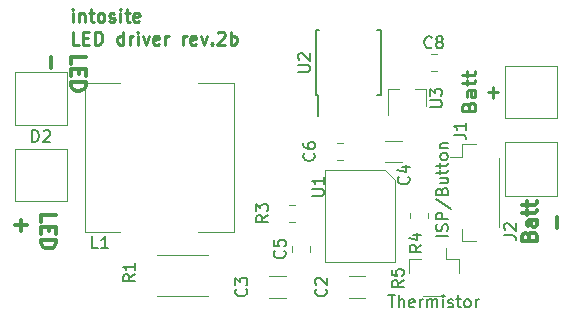
<source format=gbr>
%TF.GenerationSoftware,KiCad,Pcbnew,(5.1.9-0-10_14)*%
%TF.CreationDate,2021-03-17T00:33:25+08:00*%
%TF.ProjectId,xhp70-driver,78687037-302d-4647-9269-7665722e6b69,rev?*%
%TF.SameCoordinates,Original*%
%TF.FileFunction,Legend,Top*%
%TF.FilePolarity,Positive*%
%FSLAX46Y46*%
G04 Gerber Fmt 4.6, Leading zero omitted, Abs format (unit mm)*
G04 Created by KiCad (PCBNEW (5.1.9-0-10_14)) date 2021-03-17 00:33:25*
%MOMM*%
%LPD*%
G01*
G04 APERTURE LIST*
%ADD10C,0.275000*%
%ADD11C,0.312500*%
%ADD12C,0.200000*%
%ADD13C,0.120000*%
%ADD14C,0.150000*%
G04 APERTURE END LIST*
D10*
X117690654Y-52535119D02*
X117690654Y-51801785D01*
X117690654Y-51435119D02*
X117638273Y-51487500D01*
X117690654Y-51539880D01*
X117743035Y-51487500D01*
X117690654Y-51435119D01*
X117690654Y-51539880D01*
X118214464Y-51801785D02*
X118214464Y-52535119D01*
X118214464Y-51906547D02*
X118266845Y-51854166D01*
X118371607Y-51801785D01*
X118528750Y-51801785D01*
X118633511Y-51854166D01*
X118685892Y-51958928D01*
X118685892Y-52535119D01*
X119052559Y-51801785D02*
X119471607Y-51801785D01*
X119209702Y-51435119D02*
X119209702Y-52377976D01*
X119262083Y-52482738D01*
X119366845Y-52535119D01*
X119471607Y-52535119D01*
X119995416Y-52535119D02*
X119890654Y-52482738D01*
X119838273Y-52430357D01*
X119785892Y-52325595D01*
X119785892Y-52011309D01*
X119838273Y-51906547D01*
X119890654Y-51854166D01*
X119995416Y-51801785D01*
X120152559Y-51801785D01*
X120257321Y-51854166D01*
X120309702Y-51906547D01*
X120362083Y-52011309D01*
X120362083Y-52325595D01*
X120309702Y-52430357D01*
X120257321Y-52482738D01*
X120152559Y-52535119D01*
X119995416Y-52535119D01*
X120781130Y-52482738D02*
X120885892Y-52535119D01*
X121095416Y-52535119D01*
X121200178Y-52482738D01*
X121252559Y-52377976D01*
X121252559Y-52325595D01*
X121200178Y-52220833D01*
X121095416Y-52168452D01*
X120938273Y-52168452D01*
X120833511Y-52116071D01*
X120781130Y-52011309D01*
X120781130Y-51958928D01*
X120833511Y-51854166D01*
X120938273Y-51801785D01*
X121095416Y-51801785D01*
X121200178Y-51854166D01*
X121723988Y-52535119D02*
X121723988Y-51801785D01*
X121723988Y-51435119D02*
X121671607Y-51487500D01*
X121723988Y-51539880D01*
X121776369Y-51487500D01*
X121723988Y-51435119D01*
X121723988Y-51539880D01*
X122090654Y-51801785D02*
X122509702Y-51801785D01*
X122247797Y-51435119D02*
X122247797Y-52377976D01*
X122300178Y-52482738D01*
X122404940Y-52535119D01*
X122509702Y-52535119D01*
X123295416Y-52482738D02*
X123190654Y-52535119D01*
X122981130Y-52535119D01*
X122876369Y-52482738D01*
X122823988Y-52377976D01*
X122823988Y-51958928D01*
X122876369Y-51854166D01*
X122981130Y-51801785D01*
X123190654Y-51801785D01*
X123295416Y-51854166D01*
X123347797Y-51958928D01*
X123347797Y-52063690D01*
X122823988Y-52168452D01*
X118214464Y-54460119D02*
X117690654Y-54460119D01*
X117690654Y-53360119D01*
X118581130Y-53883928D02*
X118947797Y-53883928D01*
X119104940Y-54460119D02*
X118581130Y-54460119D01*
X118581130Y-53360119D01*
X119104940Y-53360119D01*
X119576369Y-54460119D02*
X119576369Y-53360119D01*
X119838273Y-53360119D01*
X119995416Y-53412500D01*
X120100178Y-53517261D01*
X120152559Y-53622023D01*
X120204940Y-53831547D01*
X120204940Y-53988690D01*
X120152559Y-54198214D01*
X120100178Y-54302976D01*
X119995416Y-54407738D01*
X119838273Y-54460119D01*
X119576369Y-54460119D01*
X121985892Y-54460119D02*
X121985892Y-53360119D01*
X121985892Y-54407738D02*
X121881130Y-54460119D01*
X121671607Y-54460119D01*
X121566845Y-54407738D01*
X121514464Y-54355357D01*
X121462083Y-54250595D01*
X121462083Y-53936309D01*
X121514464Y-53831547D01*
X121566845Y-53779166D01*
X121671607Y-53726785D01*
X121881130Y-53726785D01*
X121985892Y-53779166D01*
X122509702Y-54460119D02*
X122509702Y-53726785D01*
X122509702Y-53936309D02*
X122562083Y-53831547D01*
X122614464Y-53779166D01*
X122719226Y-53726785D01*
X122823988Y-53726785D01*
X123190654Y-54460119D02*
X123190654Y-53726785D01*
X123190654Y-53360119D02*
X123138273Y-53412500D01*
X123190654Y-53464880D01*
X123243035Y-53412500D01*
X123190654Y-53360119D01*
X123190654Y-53464880D01*
X123609702Y-53726785D02*
X123871607Y-54460119D01*
X124133511Y-53726785D01*
X124971607Y-54407738D02*
X124866845Y-54460119D01*
X124657321Y-54460119D01*
X124552559Y-54407738D01*
X124500178Y-54302976D01*
X124500178Y-53883928D01*
X124552559Y-53779166D01*
X124657321Y-53726785D01*
X124866845Y-53726785D01*
X124971607Y-53779166D01*
X125023988Y-53883928D01*
X125023988Y-53988690D01*
X124500178Y-54093452D01*
X125495416Y-54460119D02*
X125495416Y-53726785D01*
X125495416Y-53936309D02*
X125547797Y-53831547D01*
X125600178Y-53779166D01*
X125704940Y-53726785D01*
X125809702Y-53726785D01*
X127014464Y-54460119D02*
X127014464Y-53726785D01*
X127014464Y-53936309D02*
X127066845Y-53831547D01*
X127119226Y-53779166D01*
X127223988Y-53726785D01*
X127328750Y-53726785D01*
X128114464Y-54407738D02*
X128009702Y-54460119D01*
X127800178Y-54460119D01*
X127695416Y-54407738D01*
X127643035Y-54302976D01*
X127643035Y-53883928D01*
X127695416Y-53779166D01*
X127800178Y-53726785D01*
X128009702Y-53726785D01*
X128114464Y-53779166D01*
X128166845Y-53883928D01*
X128166845Y-53988690D01*
X127643035Y-54093452D01*
X128533511Y-53726785D02*
X128795416Y-54460119D01*
X129057321Y-53726785D01*
X129476369Y-54355357D02*
X129528750Y-54407738D01*
X129476369Y-54460119D01*
X129423988Y-54407738D01*
X129476369Y-54355357D01*
X129476369Y-54460119D01*
X129947797Y-53464880D02*
X130000178Y-53412500D01*
X130104940Y-53360119D01*
X130366845Y-53360119D01*
X130471607Y-53412500D01*
X130523988Y-53464880D01*
X130576369Y-53569642D01*
X130576369Y-53674404D01*
X130523988Y-53831547D01*
X129895416Y-54460119D01*
X130576369Y-54460119D01*
X131047797Y-54460119D02*
X131047797Y-53360119D01*
X131047797Y-53779166D02*
X131152559Y-53726785D01*
X131362083Y-53726785D01*
X131466845Y-53779166D01*
X131519226Y-53831547D01*
X131571607Y-53936309D01*
X131571607Y-54250595D01*
X131519226Y-54355357D01*
X131466845Y-54407738D01*
X131362083Y-54460119D01*
X131152559Y-54460119D01*
X131047797Y-54407738D01*
X151208928Y-59690476D02*
X151261309Y-59511904D01*
X151313690Y-59452380D01*
X151418452Y-59392857D01*
X151575595Y-59392857D01*
X151680357Y-59452380D01*
X151732738Y-59511904D01*
X151785119Y-59630952D01*
X151785119Y-60107142D01*
X150685119Y-60107142D01*
X150685119Y-59690476D01*
X150737500Y-59571428D01*
X150789880Y-59511904D01*
X150894642Y-59452380D01*
X150999404Y-59452380D01*
X151104166Y-59511904D01*
X151156547Y-59571428D01*
X151208928Y-59690476D01*
X151208928Y-60107142D01*
X151785119Y-58321428D02*
X151208928Y-58321428D01*
X151104166Y-58380952D01*
X151051785Y-58500000D01*
X151051785Y-58738095D01*
X151104166Y-58857142D01*
X151732738Y-58321428D02*
X151785119Y-58440476D01*
X151785119Y-58738095D01*
X151732738Y-58857142D01*
X151627976Y-58916666D01*
X151523214Y-58916666D01*
X151418452Y-58857142D01*
X151366071Y-58738095D01*
X151366071Y-58440476D01*
X151313690Y-58321428D01*
X151051785Y-57904761D02*
X151051785Y-57428571D01*
X150685119Y-57726190D02*
X151627976Y-57726190D01*
X151732738Y-57666666D01*
X151785119Y-57547619D01*
X151785119Y-57428571D01*
X151051785Y-57190476D02*
X151051785Y-56714285D01*
X150685119Y-57011904D02*
X151627976Y-57011904D01*
X151732738Y-56952380D01*
X151785119Y-56833333D01*
X151785119Y-56714285D01*
X153291071Y-58976190D02*
X153291071Y-58023809D01*
X153710119Y-58500000D02*
X152872023Y-58500000D01*
D11*
X156316964Y-70690476D02*
X156376488Y-70511904D01*
X156436011Y-70452380D01*
X156555059Y-70392857D01*
X156733630Y-70392857D01*
X156852678Y-70452380D01*
X156912202Y-70511904D01*
X156971726Y-70630952D01*
X156971726Y-71107142D01*
X155721726Y-71107142D01*
X155721726Y-70690476D01*
X155781250Y-70571428D01*
X155840773Y-70511904D01*
X155959821Y-70452380D01*
X156078869Y-70452380D01*
X156197916Y-70511904D01*
X156257440Y-70571428D01*
X156316964Y-70690476D01*
X156316964Y-71107142D01*
X156971726Y-69321428D02*
X156316964Y-69321428D01*
X156197916Y-69380952D01*
X156138392Y-69500000D01*
X156138392Y-69738095D01*
X156197916Y-69857142D01*
X156912202Y-69321428D02*
X156971726Y-69440476D01*
X156971726Y-69738095D01*
X156912202Y-69857142D01*
X156793154Y-69916666D01*
X156674107Y-69916666D01*
X156555059Y-69857142D01*
X156495535Y-69738095D01*
X156495535Y-69440476D01*
X156436011Y-69321428D01*
X156138392Y-68904761D02*
X156138392Y-68428571D01*
X155721726Y-68726190D02*
X156793154Y-68726190D01*
X156912202Y-68666666D01*
X156971726Y-68547619D01*
X156971726Y-68428571D01*
X156138392Y-68190476D02*
X156138392Y-67714285D01*
X155721726Y-68011904D02*
X156793154Y-68011904D01*
X156912202Y-67952380D01*
X156971726Y-67833333D01*
X156971726Y-67714285D01*
X158683035Y-69976190D02*
X158683035Y-69023809D01*
D12*
X149452380Y-70678571D02*
X148452380Y-70678571D01*
X149404761Y-70250000D02*
X149452380Y-70107142D01*
X149452380Y-69869047D01*
X149404761Y-69773809D01*
X149357142Y-69726190D01*
X149261904Y-69678571D01*
X149166666Y-69678571D01*
X149071428Y-69726190D01*
X149023809Y-69773809D01*
X148976190Y-69869047D01*
X148928571Y-70059523D01*
X148880952Y-70154761D01*
X148833333Y-70202380D01*
X148738095Y-70250000D01*
X148642857Y-70250000D01*
X148547619Y-70202380D01*
X148500000Y-70154761D01*
X148452380Y-70059523D01*
X148452380Y-69821428D01*
X148500000Y-69678571D01*
X149452380Y-69250000D02*
X148452380Y-69250000D01*
X148452380Y-68869047D01*
X148500000Y-68773809D01*
X148547619Y-68726190D01*
X148642857Y-68678571D01*
X148785714Y-68678571D01*
X148880952Y-68726190D01*
X148928571Y-68773809D01*
X148976190Y-68869047D01*
X148976190Y-69250000D01*
X148404761Y-67535714D02*
X149690476Y-68392857D01*
X148928571Y-66869047D02*
X148976190Y-66726190D01*
X149023809Y-66678571D01*
X149119047Y-66630952D01*
X149261904Y-66630952D01*
X149357142Y-66678571D01*
X149404761Y-66726190D01*
X149452380Y-66821428D01*
X149452380Y-67202380D01*
X148452380Y-67202380D01*
X148452380Y-66869047D01*
X148500000Y-66773809D01*
X148547619Y-66726190D01*
X148642857Y-66678571D01*
X148738095Y-66678571D01*
X148833333Y-66726190D01*
X148880952Y-66773809D01*
X148928571Y-66869047D01*
X148928571Y-67202380D01*
X148785714Y-65773809D02*
X149452380Y-65773809D01*
X148785714Y-66202380D02*
X149309523Y-66202380D01*
X149404761Y-66154761D01*
X149452380Y-66059523D01*
X149452380Y-65916666D01*
X149404761Y-65821428D01*
X149357142Y-65773809D01*
X148785714Y-65440476D02*
X148785714Y-65059523D01*
X148452380Y-65297619D02*
X149309523Y-65297619D01*
X149404761Y-65250000D01*
X149452380Y-65154761D01*
X149452380Y-65059523D01*
X148785714Y-64869047D02*
X148785714Y-64488095D01*
X148452380Y-64726190D02*
X149309523Y-64726190D01*
X149404761Y-64678571D01*
X149452380Y-64583333D01*
X149452380Y-64488095D01*
X149452380Y-64011904D02*
X149404761Y-64107142D01*
X149357142Y-64154761D01*
X149261904Y-64202380D01*
X148976190Y-64202380D01*
X148880952Y-64154761D01*
X148833333Y-64107142D01*
X148785714Y-64011904D01*
X148785714Y-63869047D01*
X148833333Y-63773809D01*
X148880952Y-63726190D01*
X148976190Y-63678571D01*
X149261904Y-63678571D01*
X149357142Y-63726190D01*
X149404761Y-63773809D01*
X149452380Y-63869047D01*
X149452380Y-64011904D01*
X148785714Y-63250000D02*
X149452380Y-63250000D01*
X148880952Y-63250000D02*
X148833333Y-63202380D01*
X148785714Y-63107142D01*
X148785714Y-62964285D01*
X148833333Y-62869047D01*
X148928571Y-62821428D01*
X149452380Y-62821428D01*
X144416666Y-75702380D02*
X144988095Y-75702380D01*
X144702380Y-76702380D02*
X144702380Y-75702380D01*
X145321428Y-76702380D02*
X145321428Y-75702380D01*
X145750000Y-76702380D02*
X145750000Y-76178571D01*
X145702380Y-76083333D01*
X145607142Y-76035714D01*
X145464285Y-76035714D01*
X145369047Y-76083333D01*
X145321428Y-76130952D01*
X146607142Y-76654761D02*
X146511904Y-76702380D01*
X146321428Y-76702380D01*
X146226190Y-76654761D01*
X146178571Y-76559523D01*
X146178571Y-76178571D01*
X146226190Y-76083333D01*
X146321428Y-76035714D01*
X146511904Y-76035714D01*
X146607142Y-76083333D01*
X146654761Y-76178571D01*
X146654761Y-76273809D01*
X146178571Y-76369047D01*
X147083333Y-76702380D02*
X147083333Y-76035714D01*
X147083333Y-76226190D02*
X147130952Y-76130952D01*
X147178571Y-76083333D01*
X147273809Y-76035714D01*
X147369047Y-76035714D01*
X147702380Y-76702380D02*
X147702380Y-76035714D01*
X147702380Y-76130952D02*
X147750000Y-76083333D01*
X147845238Y-76035714D01*
X147988095Y-76035714D01*
X148083333Y-76083333D01*
X148130952Y-76178571D01*
X148130952Y-76702380D01*
X148130952Y-76178571D02*
X148178571Y-76083333D01*
X148273809Y-76035714D01*
X148416666Y-76035714D01*
X148511904Y-76083333D01*
X148559523Y-76178571D01*
X148559523Y-76702380D01*
X149035714Y-76702380D02*
X149035714Y-76035714D01*
X149035714Y-75702380D02*
X148988095Y-75750000D01*
X149035714Y-75797619D01*
X149083333Y-75750000D01*
X149035714Y-75702380D01*
X149035714Y-75797619D01*
X149464285Y-76654761D02*
X149559523Y-76702380D01*
X149750000Y-76702380D01*
X149845238Y-76654761D01*
X149892857Y-76559523D01*
X149892857Y-76511904D01*
X149845238Y-76416666D01*
X149750000Y-76369047D01*
X149607142Y-76369047D01*
X149511904Y-76321428D01*
X149464285Y-76226190D01*
X149464285Y-76178571D01*
X149511904Y-76083333D01*
X149607142Y-76035714D01*
X149750000Y-76035714D01*
X149845238Y-76083333D01*
X150178571Y-76035714D02*
X150559523Y-76035714D01*
X150321428Y-75702380D02*
X150321428Y-76559523D01*
X150369047Y-76654761D01*
X150464285Y-76702380D01*
X150559523Y-76702380D01*
X151035714Y-76702380D02*
X150940476Y-76654761D01*
X150892857Y-76607142D01*
X150845238Y-76511904D01*
X150845238Y-76226190D01*
X150892857Y-76130952D01*
X150940476Y-76083333D01*
X151035714Y-76035714D01*
X151178571Y-76035714D01*
X151273809Y-76083333D01*
X151321428Y-76130952D01*
X151369047Y-76226190D01*
X151369047Y-76511904D01*
X151321428Y-76607142D01*
X151273809Y-76654761D01*
X151178571Y-76702380D01*
X151035714Y-76702380D01*
X151797619Y-76702380D02*
X151797619Y-76035714D01*
X151797619Y-76226190D02*
X151845238Y-76130952D01*
X151892857Y-76083333D01*
X151988095Y-76035714D01*
X152083333Y-76035714D01*
D11*
X117528273Y-56095982D02*
X117528273Y-55500744D01*
X118778273Y-55500744D01*
X118183035Y-56512648D02*
X118183035Y-56929315D01*
X117528273Y-57107886D02*
X117528273Y-56512648D01*
X118778273Y-56512648D01*
X118778273Y-57107886D01*
X117528273Y-57643601D02*
X118778273Y-57643601D01*
X118778273Y-57941220D01*
X118718750Y-58119791D01*
X118599702Y-58238839D01*
X118480654Y-58298363D01*
X118242559Y-58357886D01*
X118063988Y-58357886D01*
X117825892Y-58298363D01*
X117706845Y-58238839D01*
X117587797Y-58119791D01*
X117528273Y-57941220D01*
X117528273Y-57643601D01*
X115816964Y-55500744D02*
X115816964Y-56453125D01*
X115028273Y-69446428D02*
X115028273Y-68851190D01*
X116278273Y-68851190D01*
X115683035Y-69863095D02*
X115683035Y-70279761D01*
X115028273Y-70458333D02*
X115028273Y-69863095D01*
X116278273Y-69863095D01*
X116278273Y-70458333D01*
X115028273Y-70994047D02*
X116278273Y-70994047D01*
X116278273Y-71291666D01*
X116218750Y-71470238D01*
X116099702Y-71589285D01*
X115980654Y-71648809D01*
X115742559Y-71708333D01*
X115563988Y-71708333D01*
X115325892Y-71648809D01*
X115206845Y-71589285D01*
X115087797Y-71470238D01*
X115028273Y-71291666D01*
X115028273Y-70994047D01*
X113316964Y-69297619D02*
X113316964Y-70250000D01*
X112840773Y-69773809D02*
X113793154Y-69773809D01*
D13*
%TO.C,C8*%
X147988748Y-55265000D02*
X148511252Y-55265000D01*
X147988748Y-56735000D02*
X148511252Y-56735000D01*
%TO.C,J2*%
X151790000Y-62890000D02*
X150640000Y-62890000D01*
X150640000Y-62890000D02*
X150640000Y-63940000D01*
X150640000Y-63940000D02*
X149650000Y-63940000D01*
X151790000Y-71110000D02*
X150640000Y-71110000D01*
X150640000Y-71110000D02*
X150640000Y-70060000D01*
X153760000Y-64060000D02*
X153760000Y-69940000D01*
%TO.C,U3*%
X147580000Y-58240000D02*
X146650000Y-58240000D01*
X144420000Y-58240000D02*
X145350000Y-58240000D01*
X144420000Y-58240000D02*
X144420000Y-60400000D01*
X147580000Y-58240000D02*
X147580000Y-59700000D01*
D14*
%TO.C,U2*%
X138245000Y-58750000D02*
X138450000Y-58750000D01*
X138245000Y-53250000D02*
X138545000Y-53250000D01*
X143755000Y-53250000D02*
X143455000Y-53250000D01*
X143755000Y-58750000D02*
X143455000Y-58750000D01*
X138245000Y-58750000D02*
X138245000Y-53250000D01*
X143755000Y-58750000D02*
X143755000Y-53250000D01*
X138450000Y-58750000D02*
X138450000Y-60500000D01*
D13*
%TO.C,U1*%
X144150000Y-65100000D02*
X144950000Y-65900000D01*
X144950000Y-65900000D02*
X144950000Y-72900000D01*
X144950000Y-72900000D02*
X139050000Y-72900000D01*
X139050000Y-72900000D02*
X139050000Y-65100000D01*
X139050000Y-65100000D02*
X144150000Y-65100000D01*
%TO.C,R5*%
X150360000Y-73790000D02*
X150360000Y-72640000D01*
X150360000Y-72640000D02*
X149310000Y-72640000D01*
X149310000Y-72640000D02*
X149310000Y-71650000D01*
X146140000Y-73790000D02*
X146140000Y-72640000D01*
X146140000Y-72640000D02*
X147190000Y-72640000D01*
X149190000Y-75760000D02*
X147310000Y-75760000D01*
%TO.C,R4*%
X146265000Y-69139564D02*
X146265000Y-68685436D01*
X147735000Y-69139564D02*
X147735000Y-68685436D01*
%TO.C,R3*%
X136022936Y-68015000D02*
X136477064Y-68015000D01*
X136022936Y-69485000D02*
X136477064Y-69485000D01*
%TO.C,R1*%
X129177064Y-75710000D02*
X124822936Y-75710000D01*
X129177064Y-72290000D02*
X124822936Y-72290000D01*
%TO.C,L1*%
X128300000Y-57700000D02*
X131300000Y-57700000D01*
X131300000Y-57700000D02*
X131300000Y-70300000D01*
X131300000Y-70300000D02*
X128300000Y-70300000D01*
X121700000Y-70300000D02*
X118700000Y-70300000D01*
X118700000Y-70300000D02*
X118700000Y-57700000D01*
X118700000Y-57700000D02*
X121700000Y-57700000D01*
%TO.C,J1*%
X158700000Y-56300000D02*
X158700000Y-60700000D01*
X158700000Y-60700000D02*
X154300000Y-60700000D01*
X154300000Y-60700000D02*
X154300000Y-56300000D01*
X154300000Y-56300000D02*
X158700000Y-56300000D01*
X158700000Y-62750000D02*
X154300000Y-62750000D01*
X158700000Y-67250000D02*
X154300000Y-67250000D01*
X158700000Y-62750000D02*
X158700000Y-67250000D01*
X154300000Y-62750000D02*
X154300000Y-67250000D01*
%TO.C,D2*%
X112800000Y-67700000D02*
X112800000Y-63300000D01*
X112800000Y-63300000D02*
X117200000Y-63300000D01*
X117200000Y-63300000D02*
X117200000Y-67700000D01*
X117200000Y-67700000D02*
X112800000Y-67700000D01*
X112800000Y-61250000D02*
X117200000Y-61250000D01*
X112800000Y-56750000D02*
X117200000Y-56750000D01*
X112800000Y-61250000D02*
X112800000Y-56750000D01*
X117200000Y-61250000D02*
X117200000Y-56750000D01*
%TO.C,C6*%
X140561252Y-64235000D02*
X140038748Y-64235000D01*
X140561252Y-62765000D02*
X140038748Y-62765000D01*
%TO.C,C5*%
X137735000Y-71488748D02*
X137735000Y-72011252D01*
X136265000Y-71488748D02*
X136265000Y-72011252D01*
%TO.C,C4*%
X144101248Y-62590000D02*
X145523752Y-62590000D01*
X144101248Y-64410000D02*
X145523752Y-64410000D01*
%TO.C,C3*%
X134288748Y-74090000D02*
X135711252Y-74090000D01*
X134288748Y-75910000D02*
X135711252Y-75910000D01*
%TO.C,C2*%
X141038748Y-74090000D02*
X142461252Y-74090000D01*
X141038748Y-75910000D02*
X142461252Y-75910000D01*
%TO.C,C8*%
D14*
X148083333Y-54677142D02*
X148035714Y-54724761D01*
X147892857Y-54772380D01*
X147797619Y-54772380D01*
X147654761Y-54724761D01*
X147559523Y-54629523D01*
X147511904Y-54534285D01*
X147464285Y-54343809D01*
X147464285Y-54200952D01*
X147511904Y-54010476D01*
X147559523Y-53915238D01*
X147654761Y-53820000D01*
X147797619Y-53772380D01*
X147892857Y-53772380D01*
X148035714Y-53820000D01*
X148083333Y-53867619D01*
X148654761Y-54200952D02*
X148559523Y-54153333D01*
X148511904Y-54105714D01*
X148464285Y-54010476D01*
X148464285Y-53962857D01*
X148511904Y-53867619D01*
X148559523Y-53820000D01*
X148654761Y-53772380D01*
X148845238Y-53772380D01*
X148940476Y-53820000D01*
X148988095Y-53867619D01*
X149035714Y-53962857D01*
X149035714Y-54010476D01*
X148988095Y-54105714D01*
X148940476Y-54153333D01*
X148845238Y-54200952D01*
X148654761Y-54200952D01*
X148559523Y-54248571D01*
X148511904Y-54296190D01*
X148464285Y-54391428D01*
X148464285Y-54581904D01*
X148511904Y-54677142D01*
X148559523Y-54724761D01*
X148654761Y-54772380D01*
X148845238Y-54772380D01*
X148940476Y-54724761D01*
X148988095Y-54677142D01*
X149035714Y-54581904D01*
X149035714Y-54391428D01*
X148988095Y-54296190D01*
X148940476Y-54248571D01*
X148845238Y-54200952D01*
%TO.C,J2*%
X154202380Y-70583333D02*
X154916666Y-70583333D01*
X155059523Y-70630952D01*
X155154761Y-70726190D01*
X155202380Y-70869047D01*
X155202380Y-70964285D01*
X154297619Y-70154761D02*
X154250000Y-70107142D01*
X154202380Y-70011904D01*
X154202380Y-69773809D01*
X154250000Y-69678571D01*
X154297619Y-69630952D01*
X154392857Y-69583333D01*
X154488095Y-69583333D01*
X154630952Y-69630952D01*
X155202380Y-70202380D01*
X155202380Y-69583333D01*
%TO.C,U3*%
X147952380Y-59761904D02*
X148761904Y-59761904D01*
X148857142Y-59714285D01*
X148904761Y-59666666D01*
X148952380Y-59571428D01*
X148952380Y-59380952D01*
X148904761Y-59285714D01*
X148857142Y-59238095D01*
X148761904Y-59190476D01*
X147952380Y-59190476D01*
X147952380Y-58809523D02*
X147952380Y-58190476D01*
X148333333Y-58523809D01*
X148333333Y-58380952D01*
X148380952Y-58285714D01*
X148428571Y-58238095D01*
X148523809Y-58190476D01*
X148761904Y-58190476D01*
X148857142Y-58238095D01*
X148904761Y-58285714D01*
X148952380Y-58380952D01*
X148952380Y-58666666D01*
X148904761Y-58761904D01*
X148857142Y-58809523D01*
%TO.C,U2*%
X136772380Y-56761904D02*
X137581904Y-56761904D01*
X137677142Y-56714285D01*
X137724761Y-56666666D01*
X137772380Y-56571428D01*
X137772380Y-56380952D01*
X137724761Y-56285714D01*
X137677142Y-56238095D01*
X137581904Y-56190476D01*
X136772380Y-56190476D01*
X136867619Y-55761904D02*
X136820000Y-55714285D01*
X136772380Y-55619047D01*
X136772380Y-55380952D01*
X136820000Y-55285714D01*
X136867619Y-55238095D01*
X136962857Y-55190476D01*
X137058095Y-55190476D01*
X137200952Y-55238095D01*
X137772380Y-55809523D01*
X137772380Y-55190476D01*
%TO.C,U1*%
X137952380Y-67261904D02*
X138761904Y-67261904D01*
X138857142Y-67214285D01*
X138904761Y-67166666D01*
X138952380Y-67071428D01*
X138952380Y-66880952D01*
X138904761Y-66785714D01*
X138857142Y-66738095D01*
X138761904Y-66690476D01*
X137952380Y-66690476D01*
X138952380Y-65690476D02*
X138952380Y-66261904D01*
X138952380Y-65976190D02*
X137952380Y-65976190D01*
X138095238Y-66071428D01*
X138190476Y-66166666D01*
X138238095Y-66261904D01*
%TO.C,R5*%
X145702380Y-74416666D02*
X145226190Y-74750000D01*
X145702380Y-74988095D02*
X144702380Y-74988095D01*
X144702380Y-74607142D01*
X144750000Y-74511904D01*
X144797619Y-74464285D01*
X144892857Y-74416666D01*
X145035714Y-74416666D01*
X145130952Y-74464285D01*
X145178571Y-74511904D01*
X145226190Y-74607142D01*
X145226190Y-74988095D01*
X144702380Y-73511904D02*
X144702380Y-73988095D01*
X145178571Y-74035714D01*
X145130952Y-73988095D01*
X145083333Y-73892857D01*
X145083333Y-73654761D01*
X145130952Y-73559523D01*
X145178571Y-73511904D01*
X145273809Y-73464285D01*
X145511904Y-73464285D01*
X145607142Y-73511904D01*
X145654761Y-73559523D01*
X145702380Y-73654761D01*
X145702380Y-73892857D01*
X145654761Y-73988095D01*
X145607142Y-74035714D01*
%TO.C,R4*%
X147202380Y-71416666D02*
X146726190Y-71750000D01*
X147202380Y-71988095D02*
X146202380Y-71988095D01*
X146202380Y-71607142D01*
X146250000Y-71511904D01*
X146297619Y-71464285D01*
X146392857Y-71416666D01*
X146535714Y-71416666D01*
X146630952Y-71464285D01*
X146678571Y-71511904D01*
X146726190Y-71607142D01*
X146726190Y-71988095D01*
X146535714Y-70559523D02*
X147202380Y-70559523D01*
X146154761Y-70797619D02*
X146869047Y-71035714D01*
X146869047Y-70416666D01*
%TO.C,R3*%
X134202380Y-68916666D02*
X133726190Y-69250000D01*
X134202380Y-69488095D02*
X133202380Y-69488095D01*
X133202380Y-69107142D01*
X133250000Y-69011904D01*
X133297619Y-68964285D01*
X133392857Y-68916666D01*
X133535714Y-68916666D01*
X133630952Y-68964285D01*
X133678571Y-69011904D01*
X133726190Y-69107142D01*
X133726190Y-69488095D01*
X133202380Y-68583333D02*
X133202380Y-67964285D01*
X133583333Y-68297619D01*
X133583333Y-68154761D01*
X133630952Y-68059523D01*
X133678571Y-68011904D01*
X133773809Y-67964285D01*
X134011904Y-67964285D01*
X134107142Y-68011904D01*
X134154761Y-68059523D01*
X134202380Y-68154761D01*
X134202380Y-68440476D01*
X134154761Y-68535714D01*
X134107142Y-68583333D01*
%TO.C,R1*%
X122952380Y-73916666D02*
X122476190Y-74250000D01*
X122952380Y-74488095D02*
X121952380Y-74488095D01*
X121952380Y-74107142D01*
X122000000Y-74011904D01*
X122047619Y-73964285D01*
X122142857Y-73916666D01*
X122285714Y-73916666D01*
X122380952Y-73964285D01*
X122428571Y-74011904D01*
X122476190Y-74107142D01*
X122476190Y-74488095D01*
X122952380Y-72964285D02*
X122952380Y-73535714D01*
X122952380Y-73250000D02*
X121952380Y-73250000D01*
X122095238Y-73345238D01*
X122190476Y-73440476D01*
X122238095Y-73535714D01*
%TO.C,L1*%
X119833333Y-71702380D02*
X119357142Y-71702380D01*
X119357142Y-70702380D01*
X120690476Y-71702380D02*
X120119047Y-71702380D01*
X120404761Y-71702380D02*
X120404761Y-70702380D01*
X120309523Y-70845238D01*
X120214285Y-70940476D01*
X120119047Y-70988095D01*
%TO.C,J1*%
X149952380Y-62083333D02*
X150666666Y-62083333D01*
X150809523Y-62130952D01*
X150904761Y-62226190D01*
X150952380Y-62369047D01*
X150952380Y-62464285D01*
X150952380Y-61083333D02*
X150952380Y-61654761D01*
X150952380Y-61369047D02*
X149952380Y-61369047D01*
X150095238Y-61464285D01*
X150190476Y-61559523D01*
X150238095Y-61654761D01*
%TO.C,D2*%
X114261904Y-62702380D02*
X114261904Y-61702380D01*
X114500000Y-61702380D01*
X114642857Y-61750000D01*
X114738095Y-61845238D01*
X114785714Y-61940476D01*
X114833333Y-62130952D01*
X114833333Y-62273809D01*
X114785714Y-62464285D01*
X114738095Y-62559523D01*
X114642857Y-62654761D01*
X114500000Y-62702380D01*
X114261904Y-62702380D01*
X115214285Y-61797619D02*
X115261904Y-61750000D01*
X115357142Y-61702380D01*
X115595238Y-61702380D01*
X115690476Y-61750000D01*
X115738095Y-61797619D01*
X115785714Y-61892857D01*
X115785714Y-61988095D01*
X115738095Y-62130952D01*
X115166666Y-62702380D01*
X115785714Y-62702380D01*
%TO.C,C6*%
X138107142Y-63666666D02*
X138154761Y-63714285D01*
X138202380Y-63857142D01*
X138202380Y-63952380D01*
X138154761Y-64095238D01*
X138059523Y-64190476D01*
X137964285Y-64238095D01*
X137773809Y-64285714D01*
X137630952Y-64285714D01*
X137440476Y-64238095D01*
X137345238Y-64190476D01*
X137250000Y-64095238D01*
X137202380Y-63952380D01*
X137202380Y-63857142D01*
X137250000Y-63714285D01*
X137297619Y-63666666D01*
X137202380Y-62809523D02*
X137202380Y-63000000D01*
X137250000Y-63095238D01*
X137297619Y-63142857D01*
X137440476Y-63238095D01*
X137630952Y-63285714D01*
X138011904Y-63285714D01*
X138107142Y-63238095D01*
X138154761Y-63190476D01*
X138202380Y-63095238D01*
X138202380Y-62904761D01*
X138154761Y-62809523D01*
X138107142Y-62761904D01*
X138011904Y-62714285D01*
X137773809Y-62714285D01*
X137678571Y-62761904D01*
X137630952Y-62809523D01*
X137583333Y-62904761D01*
X137583333Y-63095238D01*
X137630952Y-63190476D01*
X137678571Y-63238095D01*
X137773809Y-63285714D01*
%TO.C,C5*%
X135607142Y-71916666D02*
X135654761Y-71964285D01*
X135702380Y-72107142D01*
X135702380Y-72202380D01*
X135654761Y-72345238D01*
X135559523Y-72440476D01*
X135464285Y-72488095D01*
X135273809Y-72535714D01*
X135130952Y-72535714D01*
X134940476Y-72488095D01*
X134845238Y-72440476D01*
X134750000Y-72345238D01*
X134702380Y-72202380D01*
X134702380Y-72107142D01*
X134750000Y-71964285D01*
X134797619Y-71916666D01*
X134702380Y-71011904D02*
X134702380Y-71488095D01*
X135178571Y-71535714D01*
X135130952Y-71488095D01*
X135083333Y-71392857D01*
X135083333Y-71154761D01*
X135130952Y-71059523D01*
X135178571Y-71011904D01*
X135273809Y-70964285D01*
X135511904Y-70964285D01*
X135607142Y-71011904D01*
X135654761Y-71059523D01*
X135702380Y-71154761D01*
X135702380Y-71392857D01*
X135654761Y-71488095D01*
X135607142Y-71535714D01*
%TO.C,C4*%
X146107142Y-65666666D02*
X146154761Y-65714285D01*
X146202380Y-65857142D01*
X146202380Y-65952380D01*
X146154761Y-66095238D01*
X146059523Y-66190476D01*
X145964285Y-66238095D01*
X145773809Y-66285714D01*
X145630952Y-66285714D01*
X145440476Y-66238095D01*
X145345238Y-66190476D01*
X145250000Y-66095238D01*
X145202380Y-65952380D01*
X145202380Y-65857142D01*
X145250000Y-65714285D01*
X145297619Y-65666666D01*
X145535714Y-64809523D02*
X146202380Y-64809523D01*
X145154761Y-65047619D02*
X145869047Y-65285714D01*
X145869047Y-64666666D01*
%TO.C,C3*%
X132357142Y-75166666D02*
X132404761Y-75214285D01*
X132452380Y-75357142D01*
X132452380Y-75452380D01*
X132404761Y-75595238D01*
X132309523Y-75690476D01*
X132214285Y-75738095D01*
X132023809Y-75785714D01*
X131880952Y-75785714D01*
X131690476Y-75738095D01*
X131595238Y-75690476D01*
X131500000Y-75595238D01*
X131452380Y-75452380D01*
X131452380Y-75357142D01*
X131500000Y-75214285D01*
X131547619Y-75166666D01*
X131452380Y-74833333D02*
X131452380Y-74214285D01*
X131833333Y-74547619D01*
X131833333Y-74404761D01*
X131880952Y-74309523D01*
X131928571Y-74261904D01*
X132023809Y-74214285D01*
X132261904Y-74214285D01*
X132357142Y-74261904D01*
X132404761Y-74309523D01*
X132452380Y-74404761D01*
X132452380Y-74690476D01*
X132404761Y-74785714D01*
X132357142Y-74833333D01*
%TO.C,C2*%
X139107142Y-75166666D02*
X139154761Y-75214285D01*
X139202380Y-75357142D01*
X139202380Y-75452380D01*
X139154761Y-75595238D01*
X139059523Y-75690476D01*
X138964285Y-75738095D01*
X138773809Y-75785714D01*
X138630952Y-75785714D01*
X138440476Y-75738095D01*
X138345238Y-75690476D01*
X138250000Y-75595238D01*
X138202380Y-75452380D01*
X138202380Y-75357142D01*
X138250000Y-75214285D01*
X138297619Y-75166666D01*
X138297619Y-74785714D02*
X138250000Y-74738095D01*
X138202380Y-74642857D01*
X138202380Y-74404761D01*
X138250000Y-74309523D01*
X138297619Y-74261904D01*
X138392857Y-74214285D01*
X138488095Y-74214285D01*
X138630952Y-74261904D01*
X139202380Y-74833333D01*
X139202380Y-74214285D01*
%TD*%
M02*

</source>
